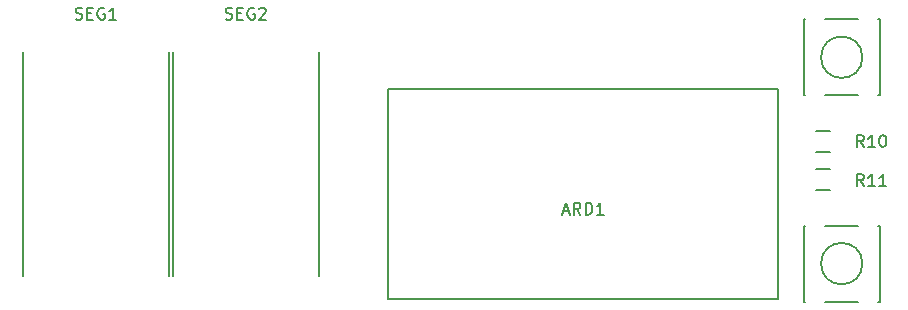
<source format=gbr>
G04 #@! TF.FileFunction,Legend,Top*
%FSLAX46Y46*%
G04 Gerber Fmt 4.6, Leading zero omitted, Abs format (unit mm)*
G04 Created by KiCad (PCBNEW 4.0.0-rc1-stable) date 20/10/2015 4:38:48 p.m.*
%MOMM*%
G01*
G04 APERTURE LIST*
%ADD10C,0.100000*%
%ADD11C,0.150000*%
G04 APERTURE END LIST*
D10*
D11*
X108100000Y-90830000D02*
X108100000Y-109830000D01*
X120500000Y-109830000D02*
X120500000Y-90830000D01*
X175295000Y-97550000D02*
X176495000Y-97550000D01*
X176495000Y-99300000D02*
X175295000Y-99300000D01*
X175295000Y-100725000D02*
X176495000Y-100725000D01*
X176495000Y-102475000D02*
X175295000Y-102475000D01*
X120800000Y-90830000D02*
X120800000Y-109830000D01*
X133200000Y-109830000D02*
X133200000Y-90830000D01*
X139065000Y-93980000D02*
X139065000Y-111760000D01*
X139065000Y-111760000D02*
X172085000Y-111760000D01*
X172085000Y-111760000D02*
X172085000Y-93980000D01*
X172085000Y-93980000D02*
X139065000Y-93980000D01*
X179205714Y-108750000D02*
G75*
G03X179205714Y-108750000I-1750714J0D01*
G01*
X180680000Y-111975000D02*
X180555000Y-111975000D01*
X174230000Y-111975000D02*
X174355000Y-111975000D01*
X174230000Y-105525000D02*
X174355000Y-105525000D01*
X180555000Y-105525000D02*
X180680000Y-105525000D01*
X178855000Y-111975000D02*
X176055000Y-111975000D01*
X180680000Y-105525000D02*
X180680000Y-111975000D01*
X178855000Y-105525000D02*
X176055000Y-105525000D01*
X174230000Y-105525000D02*
X174230000Y-111975000D01*
X179205714Y-91275000D02*
G75*
G03X179205714Y-91275000I-1750714J0D01*
G01*
X180680000Y-94500000D02*
X180555000Y-94500000D01*
X174230000Y-94500000D02*
X174355000Y-94500000D01*
X174230000Y-88050000D02*
X174355000Y-88050000D01*
X180555000Y-88050000D02*
X180680000Y-88050000D01*
X178855000Y-94500000D02*
X176055000Y-94500000D01*
X180680000Y-88050000D02*
X180680000Y-94500000D01*
X178855000Y-88050000D02*
X176055000Y-88050000D01*
X174230000Y-88050000D02*
X174230000Y-94500000D01*
X112585714Y-88034762D02*
X112728571Y-88082381D01*
X112966667Y-88082381D01*
X113061905Y-88034762D01*
X113109524Y-87987143D01*
X113157143Y-87891905D01*
X113157143Y-87796667D01*
X113109524Y-87701429D01*
X113061905Y-87653810D01*
X112966667Y-87606190D01*
X112776190Y-87558571D01*
X112680952Y-87510952D01*
X112633333Y-87463333D01*
X112585714Y-87368095D01*
X112585714Y-87272857D01*
X112633333Y-87177619D01*
X112680952Y-87130000D01*
X112776190Y-87082381D01*
X113014286Y-87082381D01*
X113157143Y-87130000D01*
X113585714Y-87558571D02*
X113919048Y-87558571D01*
X114061905Y-88082381D02*
X113585714Y-88082381D01*
X113585714Y-87082381D01*
X114061905Y-87082381D01*
X115014286Y-87130000D02*
X114919048Y-87082381D01*
X114776191Y-87082381D01*
X114633333Y-87130000D01*
X114538095Y-87225238D01*
X114490476Y-87320476D01*
X114442857Y-87510952D01*
X114442857Y-87653810D01*
X114490476Y-87844286D01*
X114538095Y-87939524D01*
X114633333Y-88034762D01*
X114776191Y-88082381D01*
X114871429Y-88082381D01*
X115014286Y-88034762D01*
X115061905Y-87987143D01*
X115061905Y-87653810D01*
X114871429Y-87653810D01*
X116014286Y-88082381D02*
X115442857Y-88082381D01*
X115728571Y-88082381D02*
X115728571Y-87082381D01*
X115633333Y-87225238D01*
X115538095Y-87320476D01*
X115442857Y-87368095D01*
X179316143Y-98877381D02*
X178982809Y-98401190D01*
X178744714Y-98877381D02*
X178744714Y-97877381D01*
X179125667Y-97877381D01*
X179220905Y-97925000D01*
X179268524Y-97972619D01*
X179316143Y-98067857D01*
X179316143Y-98210714D01*
X179268524Y-98305952D01*
X179220905Y-98353571D01*
X179125667Y-98401190D01*
X178744714Y-98401190D01*
X180268524Y-98877381D02*
X179697095Y-98877381D01*
X179982809Y-98877381D02*
X179982809Y-97877381D01*
X179887571Y-98020238D01*
X179792333Y-98115476D01*
X179697095Y-98163095D01*
X180887571Y-97877381D02*
X180982810Y-97877381D01*
X181078048Y-97925000D01*
X181125667Y-97972619D01*
X181173286Y-98067857D01*
X181220905Y-98258333D01*
X181220905Y-98496429D01*
X181173286Y-98686905D01*
X181125667Y-98782143D01*
X181078048Y-98829762D01*
X180982810Y-98877381D01*
X180887571Y-98877381D01*
X180792333Y-98829762D01*
X180744714Y-98782143D01*
X180697095Y-98686905D01*
X180649476Y-98496429D01*
X180649476Y-98258333D01*
X180697095Y-98067857D01*
X180744714Y-97972619D01*
X180792333Y-97925000D01*
X180887571Y-97877381D01*
X179316143Y-102179381D02*
X178982809Y-101703190D01*
X178744714Y-102179381D02*
X178744714Y-101179381D01*
X179125667Y-101179381D01*
X179220905Y-101227000D01*
X179268524Y-101274619D01*
X179316143Y-101369857D01*
X179316143Y-101512714D01*
X179268524Y-101607952D01*
X179220905Y-101655571D01*
X179125667Y-101703190D01*
X178744714Y-101703190D01*
X180268524Y-102179381D02*
X179697095Y-102179381D01*
X179982809Y-102179381D02*
X179982809Y-101179381D01*
X179887571Y-101322238D01*
X179792333Y-101417476D01*
X179697095Y-101465095D01*
X181220905Y-102179381D02*
X180649476Y-102179381D01*
X180935190Y-102179381D02*
X180935190Y-101179381D01*
X180839952Y-101322238D01*
X180744714Y-101417476D01*
X180649476Y-101465095D01*
X125285714Y-88034762D02*
X125428571Y-88082381D01*
X125666667Y-88082381D01*
X125761905Y-88034762D01*
X125809524Y-87987143D01*
X125857143Y-87891905D01*
X125857143Y-87796667D01*
X125809524Y-87701429D01*
X125761905Y-87653810D01*
X125666667Y-87606190D01*
X125476190Y-87558571D01*
X125380952Y-87510952D01*
X125333333Y-87463333D01*
X125285714Y-87368095D01*
X125285714Y-87272857D01*
X125333333Y-87177619D01*
X125380952Y-87130000D01*
X125476190Y-87082381D01*
X125714286Y-87082381D01*
X125857143Y-87130000D01*
X126285714Y-87558571D02*
X126619048Y-87558571D01*
X126761905Y-88082381D02*
X126285714Y-88082381D01*
X126285714Y-87082381D01*
X126761905Y-87082381D01*
X127714286Y-87130000D02*
X127619048Y-87082381D01*
X127476191Y-87082381D01*
X127333333Y-87130000D01*
X127238095Y-87225238D01*
X127190476Y-87320476D01*
X127142857Y-87510952D01*
X127142857Y-87653810D01*
X127190476Y-87844286D01*
X127238095Y-87939524D01*
X127333333Y-88034762D01*
X127476191Y-88082381D01*
X127571429Y-88082381D01*
X127714286Y-88034762D01*
X127761905Y-87987143D01*
X127761905Y-87653810D01*
X127571429Y-87653810D01*
X128142857Y-87177619D02*
X128190476Y-87130000D01*
X128285714Y-87082381D01*
X128523810Y-87082381D01*
X128619048Y-87130000D01*
X128666667Y-87177619D01*
X128714286Y-87272857D01*
X128714286Y-87368095D01*
X128666667Y-87510952D01*
X128095238Y-88082381D01*
X128714286Y-88082381D01*
X153860714Y-104306667D02*
X154336905Y-104306667D01*
X153765476Y-104592381D02*
X154098809Y-103592381D01*
X154432143Y-104592381D01*
X155336905Y-104592381D02*
X155003571Y-104116190D01*
X154765476Y-104592381D02*
X154765476Y-103592381D01*
X155146429Y-103592381D01*
X155241667Y-103640000D01*
X155289286Y-103687619D01*
X155336905Y-103782857D01*
X155336905Y-103925714D01*
X155289286Y-104020952D01*
X155241667Y-104068571D01*
X155146429Y-104116190D01*
X154765476Y-104116190D01*
X155765476Y-104592381D02*
X155765476Y-103592381D01*
X156003571Y-103592381D01*
X156146429Y-103640000D01*
X156241667Y-103735238D01*
X156289286Y-103830476D01*
X156336905Y-104020952D01*
X156336905Y-104163810D01*
X156289286Y-104354286D01*
X156241667Y-104449524D01*
X156146429Y-104544762D01*
X156003571Y-104592381D01*
X155765476Y-104592381D01*
X157289286Y-104592381D02*
X156717857Y-104592381D01*
X157003571Y-104592381D02*
X157003571Y-103592381D01*
X156908333Y-103735238D01*
X156813095Y-103830476D01*
X156717857Y-103878095D01*
M02*

</source>
